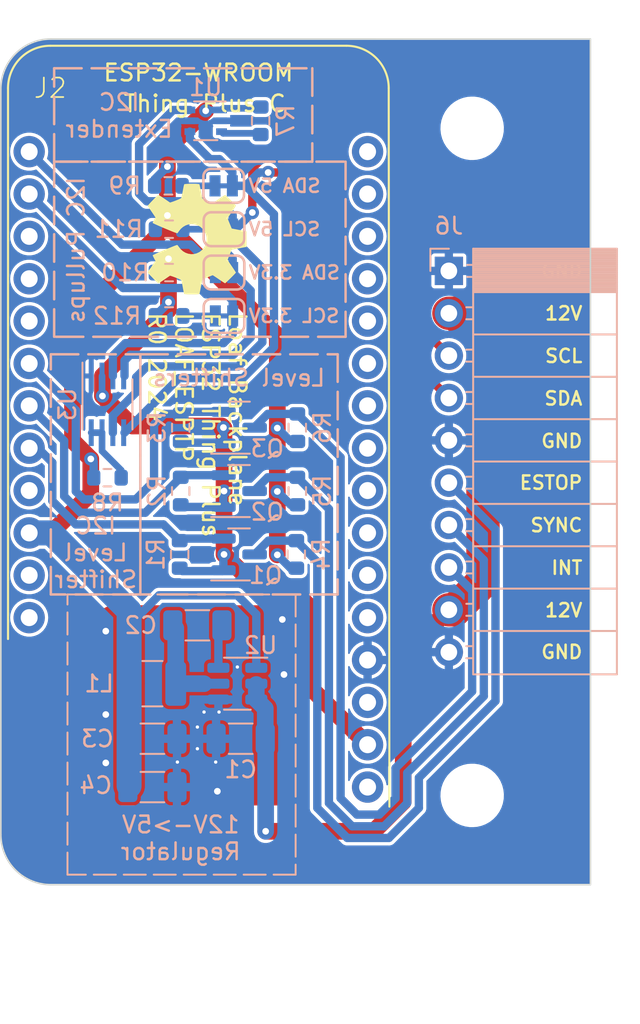
<source format=kicad_pcb>
(kicad_pcb (version 20240108) (generator "pcbnew") (generator_version "8.0")
  (layers (0 "F.Cu" signal) (31 "B.Cu" signal) (34 "B.Paste" user) (35 "F.Paste" user) (36 "B.SilkS" user "B.Silkscreen") (37 "F.SilkS" user "F.Silkscreen") (38 "B.Mask" user) (39 "F.Mask" user) (44 "Edge.Cuts" user))
  (net 0 "")
  (net 1 "GND")
  (net 2 "+12V")
  (net 3 "Net-(U2-SW)")
  (net 4 "Net-(U2-BST)")
  (net 5 "+5V")
  (net 6 "/SCL_5V")
  (net 7 "/SDA_5V")
  (net 8 "/E_STOP_5V")
  (net 9 "/INT_5V")
  (net 10 "/SYNC_5V")
  (net 11 "/SDA_3.3V")
  (net 12 "/SCL_3.3V")
  (net 13 "/04_3.3V")
  (net 14 "/06_3.3V")
  (net 15 "/08_3.3V")
  (net 16 "/SYNC_3.3V")
  (net 17 "/INT_3.3V")
  (net 18 "/E_STOP_3.3V")
  (net 19 "/LED_3.3V")
  (net 20 "/TX_3.3V")
  (net 21 "/RX_3.3V")
  (net 22 "/POCI_3.3V")
  (net 23 "/PICO_3.3V")
  (net 24 "/SCK_3.3V")
  (net 25 "/A5_3.3V")
  (net 26 "/A4_3.3V")
  (net 27 "/A3_3.3V")
  (net 28 "/A2_3.3V")
  (net 29 "/A1_3.3V")
  (net 30 "/A0_3.3V")
  (net 31 "+3.3V")
  (net 32 "Net-(JP1-A)")
  (net 33 "Net-(JP2-A)")
  (net 34 "Net-(JP3-A)")
  (net 35 "Net-(JP4-A)")
  (net 36 "Net-(U3-EN)")
  (net 37 "Net-(U1-ENABLE)")
  (footprint "Symbol:OSHW-Symbol_6.7x6mm_SilkScreen" (layer "F.Cu") (at 64.772845 84.984525 -90)
    (property "Reference" "Logo1" (hide yes))
    (property "Value" "Logo_Open_Hardware_Small" (hide yes))
  )
  (footprint "SparkFun-RF:ESP_THING_PLUS" (layer "F.Cu") (at 53.43 131.82)
    (property "Reference" "J2" (at 2.54 -55.88 0) (layer "F.SilkS") (effects (font (size 1.1684 1.1684) (thickness 0.1016))))
    (property "Value" "THING_PLUS_LOGICAL")
    (fp_text user "ESP32-WROOM" (at 11.43 -56.8 0) (layer "F.SilkS"))
    (fp_text user " Thing Plus C" (at 11.43 -54.95 0) (layer "F.SilkS"))
    (pad "1" thru_hole circle (at 1.27 -52.07) (size 1.8796 1.8796) (drill 1.016) (layers "*.Cu" "*.Mask") (net 11 "/SDA_3.3V"))
    (pad "2" thru_hole circle (at 1.27 -49.53) (size 1.8796 1.8796) (drill 1.016) (layers "*.Cu" "*.Mask") (net 12 "/SCL_3.3V"))
    (pad "3" thru_hole circle (at 1.27 -46.99) (size 1.8796 1.8796) (drill 1.016) (layers "*.Cu" "*.Mask") (net 13 "/04_3.3V"))
    (pad "4" thru_hole circle (at 1.27 -44.45) (size 1.8796 1.8796) (drill 1.016) (layers "*.Cu" "*.Mask") (net 14 "/06_3.3V"))
    (pad "5" thru_hole circle (at 1.27 -41.91) (size 1.8796 1.8796) (drill 1.016) (layers "*.Cu" "*.Mask") (net 15 "/08_3.3V"))
    (pad "6" thru_hole circle (at 1.27 -39.37) (size 1.8796 1.8796) (drill 1.016) (layers "*.Cu" "*.Mask") (net 16 "/SYNC_3.3V"))
    (pad "7" thru_hole circle (at 1.27 -36.83) (size 1.8796 1.8796) (drill 1.016) (layers "*.Cu" "*.Mask") (net 17 "/INT_3.3V"))
    (pad "8" thru_hole circle (at 1.27 -34.29) (size 1.8796 1.8796) (drill 1.016) (layers "*.Cu" "*.Mask") (net 18 "/E_STOP_3.3V"))
    (pad "9" thru_hole circle (at 1.27 -31.75) (size 1.8796 1.8796) (drill 1.016) (layers "*.Cu" "*.Mask") (net 19 "/LED_3.3V"))
    (pad "10" thru_hole circle (at 1.27 -29.21) (size 1.8796 1.8796) (drill 1.016) (layers "*.Cu" "*.Mask") (net 5 "+5V"))
    (pad "11" thru_hole circle (at 1.27 -26.67) (size 1.8796 1.8796) (drill 1.016) (layers "*.Cu" "*.Mask"))
    (pad "12" thru_hole circle (at 1.27 -24.13) (size 1.8796 1.8796) (drill 1.016) (layers "*.Cu" "*.Mask"))
    (pad "13" thru_hole circle (at 21.59 -52.07) (size 1.8796 1.8796) (drill 1.016) (layers "*.Cu" "*.Mask"))
    (pad "14" thru_hole circle (at 21.59 -49.53) (size 1.8796 1.8796) (drill 1.016) (layers "*.Cu" "*.Mask") (net 20 "/TX_3.3V"))
    (pad "15" thru_hole circle (at 21.59 -46.99) (size 1.8796 1.8796) (drill 1.016) (layers "*.Cu" "*.Mask") (net 21 "/RX_3.3V"))
    (pad "16" thru_hole circle (at 21.59 -44.45) (size 1.8796 1.8796) (drill 1.016) (layers "*.Cu" "*.Mask") (net 22 "/POCI_3.3V"))
    (pad "17" thru_hole circle (at 21.59 -41.91) (size 1.8796 1.8796) (drill 1.016) (layers "*.Cu" "*.Mask") (net 23 "/PICO_3.3V"))
    (pad "18" thru_hole circle (at 21.59 -39.37) (size 1.8796 1.8796) (drill 1.016) (layers "*.Cu" "*.Mask") (net 24 "/SCK_3.3V"))
    (pad "19" thru_hole circle (at 21.59 -36.83) (size 1.8796 1.8796) (drill 1.016) (layers "*.Cu" "*.Mask") (net 25 "/A5_3.3V"))
    (pad "20" thru_hole circle (at 21.59 -34.29) (size 1.8796 1.8796) (drill 1.016) (layers "*.Cu" "*.Mask") (net 26 "/A4_3.3V"))
    (pad "21" thru_hole circle (at 21.59 -31.75) (size 1.8796 1.8796) (drill 1.016) (layers "*.Cu" "*.Mask") (net 27 "/A3_3.3V"))
    (pad "22" thru_hole circle (at 21.59 -29.21) (size 1.8796 1.8796) (drill 1.016) (layers "*.Cu" "*.Mask") (net 28 "/A2_3.3V"))
    (pad "23" thru_hole circle (at 21.59 -26.67) (size 1.8796 1.8796) (drill 1.016) (layers "*.Cu" "*.Mask") (net 29 "/A1_3.3V"))
    (pad "24" thru_hole circle (at 21.59 -24.13) (size 1.8796 1.8796) (drill 1.016) (layers "*.Cu" "*.Mask") (net 30 "/A0_3.3V"))
    (pad "25" thru_hole circle (at 21.59 -21.59) (size 1.8796 1.8796) (drill 1.016) (layers "*.Cu" "*.Mask") (net 1 "GND"))
    (pad "26" thru_hole circle (at 21.59 -19.05) (size 1.8796 1.8796) (drill 1.016) (layers "*.Cu" "*.Mask"))
    (pad "27" thru_hole circle (at 21.59 -16.51) (size 1.8796 1.8796) (drill 1.016) (layers "*.Cu" "*.Mask") (net 31 "+3.3V"))
    (pad "28" thru_hole circle (at 21.59 -13.97) (size 1.8796 1.8796) (drill 1.016) (layers "*.Cu" "*.Mask"))
  )
  (footprint "SparkFun-Hardware:STAND-OFF" (layer "F.Cu") (at 81.3 78.35)
    (property "Reference" "ST1")
    (property "Value" "Stand_off")
    (pad "" np_thru_hole circle (at 0 0) (size 3.302 3.302) (drill 3.302) (layers "F&B.Cu" "*.Mask"))
  )
  (footprint "SparkFun-Fuse:Thermal Pad" (layer "F.Cu") (at 64.76675 112.95)
    (property "Reference" "HS1" (hide yes))
    (property "Value" "Heatsink_Pad")
    (pad "1" smd roundrect (at 0 0) (size 12 12) (layers "F.Cu" "F.Paste" "F.Mask") (roundrect_rratio 0.08333333333) (net 1 "GND"))
  )
  (footprint "SparkFun-Hardware:STAND-OFF" (layer "F.Cu") (at 81.3 118.35)
    (property "Reference" "ST2")
    (property "Value" "Stand_off")
    (pad "" np_thru_hole circle (at 0 0) (size 3.302 3.302) (drill 3.302) (layers "F&B.Cu" "*.Mask"))
  )
  (footprint "Connector_PinSocket_2.54mm:PinSocket_1x10_P2.54mm_Horizontal" (layer "B.Cu") (at 79.9 86.9 180)
    (property "Reference" "J6" (at 0 2.7 0) (layer "B.SilkS") (effects (justify mirror)))
    (property "Value" "PPPC101LGBN-RC")
    (pad "1" thru_hole rect (at 0 0 180) (size 1.7 1.7) (drill 1) (layers "*.Cu" "*.Mask") (net 1 "GND"))
    (pad "2" thru_hole oval (at 0 -2.54 180) (size 1.7 1.7) (drill 1) (layers "*.Cu" "*.Mask") (net 2 "+12V"))
    (pad "3" thru_hole oval (at 0 -5.08 180) (size 1.7 1.7) (drill 1) (layers "*.Cu" "*.Mask") (net 6 "/SCL_5V"))
    (pad "4" thru_hole oval (at 0 -7.62 180) (size 1.7 1.7) (drill 1) (layers "*.Cu" "*.Mask") (net 7 "/SDA_5V"))
    (pad "5" thru_hole oval (at 0 -10.16 180) (size 1.7 1.7) (drill 1) (layers "*.Cu" "*.Mask") (net 1 "GND"))
    (pad "6" thru_hole oval (at 0 -12.7 180) (size 1.7 1.7) (drill 1) (layers "*.Cu" "*.Mask") (net 8 "/E_STOP_5V"))
    (pad "7" thru_hole oval (at 0 -15.24 180) (size 1.7 1.7) (drill 1) (layers "*.Cu" "*.Mask") (net 9 "/INT_5V"))
    (pad "8" thru_hole oval (at 0 -17.78 180) (size 1.7 1.7) (drill 1) (layers "*.Cu" "*.Mask") (net 10 "/SYNC_5V"))
    (pad "9" thru_hole oval (at 0 -20.32 180) (size 1.7 1.7) (drill 1) (layers "*.Cu" "*.Mask") (net 2 "+12V"))
    (pad "10" thru_hole oval (at 0 -22.86 180) (size 1.7 1.7) (drill 1) (layers "*.Cu" "*.Mask") (net 1 "GND"))
  )
  (footprint "SparkFun-Jumper:SMT-JUMPER_2_NC_TRACE_SILK" (layer "B.Cu") (at 66.4 87)
    (property "Reference" "JP3")
    (property "Value" "~")
    (fp_poly (pts (xy -0.25 0.15) (xy 0.25 0.15) (xy 0.25 -0.15) (xy -0.25 -0.15)) (fill solid) (layer "B.Cu"))
    (pad "1" smd rect (at -0.5207 0) (size 0.6604 1.27) (layers "B.Cu" "B.Mask") (net 34 "Net-(JP3-A)"))
    (pad "2" smd rect (at 0.5207 0) (size 0.6604 1.27) (layers "B.Cu" "B.Mask") (net 11 "/SDA_3.3V"))
  )
  (footprint "Resistor_SMD:R_0603_1608Metric" (layer "B.Cu") (at 70.8 100.1 -90)
    (property "Reference" "R5" (at 0 -1.5 90) (layer "B.SilkS") (effects (justify mirror)))
    (property "Value" "10k")
    (pad "1" smd roundrect (at -0.825 0 270) (size 0.8 0.95) (layers "B.Cu" "B.Paste" "B.Mask") (net 9 "/INT_5V"))
    (pad "2" smd roundrect (at 0.825 0 270) (size 0.8 0.95) (layers "B.Cu" "B.Paste" "B.Mask") (net 5 "+5V"))
  )
  (footprint "SparkFun-Jumper:SMT-JUMPER_2_NC_TRACE_SILK" (layer "B.Cu") (at 66.4 84.4)
    (property "Reference" "JP2")
    (property "Value" "~")
    (fp_poly (pts (xy -0.25 0.15) (xy 0.25 0.15) (xy 0.25 -0.15) (xy -0.25 -0.15)) (fill solid) (layer "B.Cu"))
    (pad "1" smd rect (at -0.5207 0) (size 0.6604 1.27) (layers "B.Cu" "B.Mask") (net 33 "Net-(JP2-A)"))
    (pad "2" smd rect (at 0.5207 0) (size 0.6604 1.27) (layers "B.Cu" "B.Mask") (net 6 "/SCL_5V"))
  )
  (footprint "SparkFun-Jumper:SMT-JUMPER_2_NC_TRACE_SILK" (layer "B.Cu") (at 66.3793 81.8)
    (property "Reference" "JP1")
    (property "Value" "~")
    (fp_poly (pts (xy -0.25 0.15) (xy 0.25 0.15) (xy 0.25 -0.15) (xy -0.25 -0.15)) (fill solid) (layer "B.Cu"))
    (pad "1" smd rect (at -0.5207 0) (size 0.6604 1.27) (layers "B.Cu" "B.Mask") (net 32 "Net-(JP1-A)"))
    (pad "2" smd rect (at 0.5207 0) (size 0.6604 1.27) (layers "B.Cu" "B.Mask") (net 7 "/SDA_5V"))
  )
  (footprint "Resistor_SMD:R_0603_1608Metric" (layer "B.Cu") (at 70.8 96.3 -90)
    (property "Reference" "R6" (at 0 -1.5 90) (layer "B.SilkS") (effects (justify mirror)))
    (property "Value" "10k")
    (pad "1" smd roundrect (at -0.825 0 270) (size 0.8 0.95) (layers "B.Cu" "B.Paste" "B.Mask") (net 10 "/SYNC_5V"))
    (pad "2" smd roundrect (at 0.825 0 270) (size 0.8 0.95) (layers "B.Cu" "B.Paste" "B.Mask") (net 5 "+5V"))
  )
  (footprint "Package_TO_SOT_SMD:SOT-23" (layer "B.Cu") (at 67.3 100.1)
    (property "Reference" "Q2" (at 1.7 1.25 0) (layer "B.SilkS") (effects (justify mirror)))
    (property "Value" "BSS138")
    (pad "1" smd roundrect (at -0.9375 0.95) (size 1.475 0.6) (layers "B.Cu" "B.Paste" "B.Mask") (net 31 "+3.3V"))
    (pad "2" smd roundrect (at -0.9375 -0.95) (size 1.475 0.6) (layers "B.Cu" "B.Paste" "B.Mask") (net 17 "/INT_3.3V"))
    (pad "3" smd roundrect (at 0.9375 0) (size 1.475 0.6) (layers "B.Cu" "B.Paste" "B.Mask") (net 9 "/INT_5V"))
  )
  (footprint "Resistor_SMD:R_0603_1608Metric" (layer "B.Cu") (at 63.1 89.6)
    (property "Reference" "R12" (at -3.125 0 0) (layer "B.SilkS") (effects (justify mirror)))
    (property "Value" "2.2k")
    (pad "1" smd roundrect (at -0.825 0) (size 0.8 0.95) (layers "B.Cu" "B.Paste" "B.Mask") (net 31 "+3.3V"))
    (pad "2" smd roundrect (at 0.825 0) (size 0.8 0.95) (layers "B.Cu" "B.Paste" "B.Mask") (net 35 "Net-(JP4-A)"))
  )
  (footprint "Package_TO_SOT_SMD:SOT-23" (layer "B.Cu") (at 67.3 96.3)
    (property "Reference" "Q3" (at 1.7 1.25 0) (layer "B.SilkS") (effects (justify mirror)))
    (property "Value" "BSS138")
    (pad "1" smd roundrect (at -0.9375 0.95) (size 1.475 0.6) (layers "B.Cu" "B.Paste" "B.Mask") (net 31 "+3.3V"))
    (pad "2" smd roundrect (at -0.9375 -0.95) (size 1.475 0.6) (layers "B.Cu" "B.Paste" "B.Mask") (net 16 "/SYNC_3.3V"))
    (pad "3" smd roundrect (at 0.9375 0) (size 1.475 0.6) (layers "B.Cu" "B.Paste" "B.Mask") (net 10 "/SYNC_5V"))
  )
  (footprint "Resistor_SMD:R_0603_1608Metric" (layer "B.Cu") (at 63.8 100.1 -90)
    (property "Reference" "R2" (at 0 1.43 90) (layer "B.SilkS") (effects (justify mirror)))
    (property "Value" "10k")
    (pad "1" smd roundrect (at -0.825 0 270) (size 0.8 0.95) (layers "B.Cu" "B.Paste" "B.Mask") (net 17 "/INT_3.3V"))
    (pad "2" smd roundrect (at 0.825 0 270) (size 0.8 0.95) (layers "B.Cu" "B.Paste" "B.Mask") (net 31 "+3.3V"))
  )
  (footprint "Resistor_SMD:R_0603_1608Metric" (layer "B.Cu") (at 63.1 84.4)
    (property "Reference" "R11" (at -3.0207 0 0) (layer "B.SilkS") (effects (justify mirror)))
    (property "Value" "4.7k")
    (pad "1" smd roundrect (at -0.825 0) (size 0.8 0.95) (layers "B.Cu" "B.Paste" "B.Mask") (net 5 "+5V"))
    (pad "2" smd roundrect (at 0.825 0) (size 0.8 0.95) (layers "B.Cu" "B.Paste" "B.Mask") (net 33 "Net-(JP2-A)"))
  )
  (footprint "Resistor_SMD:R_0603_1608Metric" (layer "B.Cu") (at 70.7375 103.9 -90)
    (property "Reference" "R4" (at 0 -1.5 90) (layer "B.SilkS") (effects (justify mirror)))
    (property "Value" "10k")
    (pad "1" smd roundrect (at -0.825 0 270) (size 0.8 0.95) (layers "B.Cu" "B.Paste" "B.Mask") (net 8 "/E_STOP_5V"))
    (pad "2" smd roundrect (at 0.825 0 270) (size 0.8 0.95) (layers "B.Cu" "B.Paste" "B.Mask") (net 5 "+5V"))
  )
  (footprint "Resistor_SMD:R_0603_1608Metric" (layer "B.Cu") (at 63.0586 81.8)
    (property "Reference" "R9" (at -2.6207 0 0) (layer "B.SilkS") (effects (justify mirror)))
    (property "Value" "4.7k")
    (pad "1" smd roundrect (at -0.825 0) (size 0.8 0.95) (layers "B.Cu" "B.Paste" "B.Mask") (net 5 "+5V"))
    (pad "2" smd roundrect (at 0.825 0) (size 0.8 0.95) (layers "B.Cu" "B.Paste" "B.Mask") (net 32 "Net-(JP1-A)"))
  )
  (footprint "Capacitor_SMD:C_1206_3216Metric" (layer "B.Cu") (at 64.8 108.15)
    (property "Reference" "C2" (at -3.4 0 0) (layer "B.SilkS") (effects (justify mirror)))
    (property "Value" "100nF")
    (pad "1" smd roundrect (at -1.475 0) (size 1.15 1.8) (layers "B.Cu" "B.Paste" "B.Mask") (roundrect_rratio 0.217391) (net 3 "Net-(U2-SW)"))
    (pad "2" smd roundrect (at 1.475 0) (size 1.15 1.8) (layers "B.Cu" "B.Paste" "B.Mask") (roundrect_rratio 0.217391) (net 4 "Net-(U2-BST)"))
  )
  (footprint "Resistor_SMD:R_0603_1608Metric" (layer "B.Cu") (at 63.8 96.3 -90)
    (property "Reference" "R3" (at 0 1.43 90) (layer "B.SilkS") (effects (justify mirror)))
    (property "Value" "10k")
    (pad "1" smd roundrect (at -0.825 0 270) (size 0.8 0.95) (layers "B.Cu" "B.Paste" "B.Mask") (net 16 "/SYNC_3.3V"))
    (pad "2" smd roundrect (at 0.825 0 270) (size 0.8 0.95) (layers "B.Cu" "B.Paste" "B.Mask") (net 31 "+3.3V"))
  )
  (footprint "Capacitor_SMD:C_1206_3216Metric" (layer "B.Cu") (at 62.1 114.95 180)
    (property "Reference" "C3" (at 3.3 0 0) (layer "B.SilkS") (effects (justify mirror)))
    (property "Value" "22uF")
    (pad "1" smd roundrect (at -1.475 0 180) (size 1.15 1.8) (layers "B.Cu" "B.Paste" "B.Mask") (roundrect_rratio 0.217391) (net 1 "GND"))
    (pad "2" smd roundrect (at 1.475 0 180) (size 1.15 1.8) (layers "B.Cu" "B.Paste" "B.Mask") (roundrect_rratio 0.217391) (net 5 "+5V"))
  )
  (footprint "Capacitor_SMD:C_1206_3216Metric" (layer "B.Cu") (at 67.4 114.95)
    (property "Reference" "C1" (at 0 1.85 0) (layer "B.SilkS") (effects (justify mirror)))
    (property "Value" "22uF")
    (pad "1" smd roundrect (at -1.475 0) (size 1.15 1.8) (layers "B.Cu" "B.Paste" "B.Mask") (roundrect_rratio 0.217391) (net 1 "GND"))
    (pad "2" smd roundrect (at 1.475 0) (size 1.15 1.8) (layers "B.Cu" "B.Paste" "B.Mask") (roundrect_rratio 0.217391) (net 2 "+12V"))
  )
  (footprint "Resistor_SMD:R_0603_1608Metric" (layer "B.Cu") (at 63.7375 103.9 -90)
    (property "Reference" "R1" (at 0 1.43 90) (layer "B.SilkS") (effects (justify mirror)))
    (property "Value" "10k")
    (pad "1" smd roundrect (at -0.825 0 270) (size 0.8 0.95) (layers "B.Cu" "B.Paste" "B.Mask") (net 18 "/E_STOP_3.3V"))
    (pad "2" smd roundrect (at 0.825 0 270) (size 0.8 0.95) (layers "B.Cu" "B.Paste" "B.Mask") (net 31 "+3.3V"))
  )
  (footprint "Capacitor_SMD:C_1206_3216Metric" (layer "B.Cu") (at 62.1 117.85 180)
    (property "Reference" "C4" (at 3.4 0.1 0) (layer "B.SilkS") (effects (justify mirror)))
    (property "Value" "22uF")
    (pad "1" smd roundrect (at -1.475 0 180) (size 1.15 1.8) (layers "B.Cu" "B.Paste" "B.Mask") (roundrect_rratio 0.217391) (net 1 "GND"))
    (pad "2" smd roundrect (at 1.475 0 180) (size 1.15 1.8) (layers "B.Cu" "B.Paste" "B.Mask") (roundrect_rratio 0.217391) (net 5 "+5V"))
  )
  (footprint "Package_TO_SOT_SMD:TSOT-23-6" (layer "B.Cu") (at 67.2 111.65 180)
    (property "Reference" "U2" (at -1.4 2.3 0) (layer "B.SilkS") (effects (justify mirror)))
    (property "Value" "AP63205WU-7")
    (pad "1" smd roundrect (at -1.1375 0.95 180) (size 1.325 0.6) (layers "B.Cu" "B.Paste" "B.Mask") (net 5 "+5V"))
    (pad "2" smd roundrect (at -1.1375 0 180) (size 1.325 0.6) (layers "B.Cu" "B.Paste" "B.Mask") (net 2 "+12V"))
    (pad "3" smd roundrect (at -1.1375 -0.95 180) (size 1.325 0.6) (layers "B.Cu" "B.Paste" "B.Mask") (net 2 "+12V"))
    (pad "4" smd roundrect (at 1.1375 -0.95 180) (size 1.325 0.6) (layers "B.Cu" "B.Paste" "B.Mask") (net 1 "GND"))
    (pad "5" smd roundrect (at 1.1375 0 180) (size 1.325 0.6) (layers "B.Cu" "B.Paste" "B.Mask") (net 3 "Net-(U2-SW)"))
    (pad "6" smd roundrect (at 1.1375 0.95 180) (size 1.325 0.6) (layers "B.Cu" "B.Paste" "B.Mask") (net 4 "Net-(U2-BST)"))
  )
  (footprint "Package_TO_SOT_SMD:SOT-363_SC-70-6" (layer "B.Cu") (at 65.3 77.9 180)
    (property "Reference" "U1" (at 0 2 0) (layer "B.SilkS") (effects (justify mirror)))
    (property "Value" "LTC4311ISC6-TRMPBF")
    (pad "1" smd rect (at -0.95 0.65 180) (size 0.65 0.4) (layers "B.Cu" "B.Paste" "B.Mask") (net 5 "+5V"))
    (pad "2" smd rect (at -0.95 0 180) (size 0.65 0.4) (layers "B.Cu" "B.Paste" "B.Mask") (net 1 "GND"))
    (pad "3" smd rect (at -0.95 -0.65 180) (size 0.65 0.4) (layers "B.Cu" "B.Paste" "B.Mask") (net 37 "Net-(U1-ENABLE)"))
    (pad "4" smd rect (at 0.95 -0.65 180) (size 0.65 0.4) (layers "B.Cu" "B.Paste" "B.Mask") (net 7 "/SDA_5V"))
    (pad "5" smd rect (at 0.95 0 180) (size 0.65 0.4) (layers "B.Cu" "B.Paste" "B.Mask") (net 1 "GND"))
    (pad "6" smd rect (at 0.95 0.65 180) (size 0.65 0.4) (layers "B.Cu" "B.Paste" "B.Mask") (net 6 "/SCL_5V"))
  )
  (footprint "Package_SO:SSOP-8_2.95x2.8mm_P0.65mm" (layer "B.Cu") (at 59.4 94.9 -90)
    (property "Reference" "U3" (at 0 2.4 90) (layer "B.SilkS") (effects (justify mirror)))
    (property "Value" "PCA9306")
    (pad "1" smd rect (at -1.7 0.975) (size 0.3 1.6) (layers "B.Cu" "B.Paste" "B.Mask") (net 1 "GND"))
    (pad "2" smd rect (at -1.7 0.325) (size 0.3 1.6) (layers "B.Cu" "B.Paste" "B.Mask") (net 31 "+3.3V"))
    (pad "3" smd rect (at -1.7 -0.325) (size 0.3 1.6) (layers "B.Cu" "B.Paste" "B.Mask") (net 12 "/SCL_3.3V"))
    (pad "4" smd rect (at -1.7 -0.975) (size 0.3 1.6) (layers "B.Cu" "B.Paste" "B.Mask") (net 11 "/SDA_3.3V"))
    (pad "5" smd rect (at 1.7 -0.975) (size 0.3 1.6) (layers "B.Cu" "B.Paste" "B.Mask") (net 7 "/SDA_5V"))
    (pad "6" smd rect (at 1.7 -0.325) (size 0.3 1.6) (layers "B.Cu" "B.Paste" "B.Mask") (net 6 "/SCL_5V"))
    (pad "7" smd rect (at 1.7 0.325) (size 0.3 1.6) (layers "B.Cu" "B.Paste" "B.Mask") (net 36 "Net-(U3-EN)"))
    (pad "8" smd rect (at 1.7 0.975) (size 0.3 1.6) (layers "B.Cu" "B.Paste" "B.Mask") (net 36 "Net-(U3-EN)"))
  )
  (footprint "SparkFun-Jumper:SMT-JUMPER_2_NC_TRACE_SILK" (layer "B.Cu") (at 66.4 89.6)
    (property "Reference" "JP4")
    (property "Value" "~")
    (fp_poly (pts (xy -0.25 0.15) (xy 0.25 0.15) (xy 0.25 -0.15) (xy -0.25 -0.15)) (fill solid) (layer "B.Cu"))
    (pad "1" smd rect (at -0.5207 0) (size 0.6604 1.27) (layers "B.Cu" "B.Mask") (net 35 "Net-(JP4-A)"))
    (pad "2" smd rect (at 0.5207 0) (size 0.6604 1.27) (layers "B.Cu" "B.Mask") (net 12 "/SCL_3.3V"))
  )
  (footprint "Resistor_SMD:R_0603_1608Metric" (layer "B.Cu") (at 68.6 77.9 -90)
    (property "Reference" "R7" (at 0 -1.5 90) (layer "B.SilkS") (effects (justify mirror)))
    (property "Value" "10k")
    (pad "1" smd roundrect (at -0.825 0 270) (size 0.8 0.95) (layers "B.Cu" "B.Paste" "B.Mask") (net 5 "+5V"))
    (pad "2" smd roundrect (at 0.825 0 270) (size 0.8 0.95) (layers "B.Cu" "B.Paste" "B.Mask") (net 37 "Net-(U1-ENABLE)"))
  )
  (footprint "Resistor_SMD:R_0603_1608Metric" (layer "B.Cu") (at 63.1 87)
    (property "Reference" "R10" (at -2.625 0 0) (layer "B.SilkS") (effects (justify mirror)))
    (property "Value" "2.2k")
    (pad "1" smd roundrect (at -0.825 0) (size 0.8 0.95) (layers "B.Cu" "B.Paste" "B.Mask") (net 31 "+3.3V"))
    (pad "2" smd roundrect (at 0.825 0) (size 0.8 0.95) (layers "B.Cu" "B.Paste" "B.Mask") (net 34 "Net-(JP3-A)"))
  )
  (footprint "Resistor_SMD:R_0603_1608Metric" (layer "B.Cu") (at 59.4 99.3 180)
    (property "Reference" "R8" (at 0 -1.5 0) (layer "B.SilkS") (effects (justify mirror)))
    (property "Value" "200k")
    (pad "1" smd roundrect (at -0.825 0 180) (size 0.8 0.95) (layers "B.Cu" "B.Paste" "B.Mask") (net 36 "Net-(U3-EN)"))
    (pad "2" smd roundrect (at 0.825 0 180) (size 0.8 0.95) (layers "B.Cu" "B.Paste" "B.Mask") (net 5 "+5V"))
  )
  (footprint "Inductor_SMD:L_1210_3225Metric" (layer "B.Cu") (at 62.1 111.65 180)
    (property "Reference" "L1" (at 3.2 0 0) (layer "B.SilkS") (effects (justify mirror)))
    (property "Value" "4.7uH")
    (pad "1" smd roundrect (at -1.4 0 180) (size 1.25 2.65) (layers "B.Cu" "B.Paste" "B.Mask") (roundrect_rratio 0.2) (net 3 "Net-(U2-SW)"))
    (pad "2" smd roundrect (at 1.4 0 180) (size 1.25 2.65) (layers "B.Cu" "B.Paste" "B.Mask") (roundrect_rratio 0.2) (net 5 "+5V"))
  )
  (footprint "Package_TO_SOT_SMD:SOT-23" (layer "B.Cu") (at 67.3 103.9)
    (property "Reference" "Q1" (at 1.6 1.25 0) (layer "B.SilkS") (effects (justify mirror)))
    (property "Value" "BSS138")
    (pad "1" smd roundrect (at -0.9375 0.95) (size 1.475 0.6) (layers "B.Cu" "B.Paste" "B.Mask") (net 31 "+3.3V"))
    (pad "2" smd roundrect (at -0.9375 -0.95) (size 1.475 0.6) (layers "B.Cu" "B.Paste" "B.Mask") (net 18 "/E_STOP_3.3V"))
    (pad "3" smd roundrect (at 0.9375 0) (size 1.475 0.6) (layers "B.Cu" "B.Paste" "B.Mask") (net 8 "/E_STOP_5V"))
  )
  (gr_rect (start 56.2 80.35) (end 73.7 90.85) (stroke (width 0.15) (type dash)) (fill none) (layer "B.SilkS"))
  (gr_rect (start 61.375 91.9) (end 73.225 106.3) (stroke (width 0.15) (type dash)) (fill none) (layer "B.SilkS"))
  (gr_rect (start 56 91.9) (end 61.375 106.3) (stroke (width 0.15) (type dash)) (fill none) (layer "B.SilkS"))
  (gr_rect (start 56.2 74.75) (end 71.7 80.35) (stroke (width 0.15) (type dash)) (fill none) (layer "B.SilkS"))
  (gr_rect (start 57 106.3) (end 70.7 123.1) (stroke (width 0.12) (type dash)) (fill none) (layer "B.SilkS"))
  (gr_line (start 56 123.7) (end 88.40187 123.7) (stroke (width 0.1)) (layer "Edge.Cuts"))
  (gr_line (start 88.4 73) (end 88.40187 123.7) (stroke (width 0.1)) (layer "Edge.Cuts"))
  (gr_line (start 52.99813 76) (end 53 120.7) (stroke (width 0.1)) (layer "Edge.Cuts"))
  (gr_arc (start 52.99813 76) (mid 53.876598 73.878117) (end 55.997852 72.998131) (stroke (width 0.1)) (layer "Edge.Cuts"))
  (gr_line (start 88.4 73) (end 55.997852 72.998131) (stroke (width 0.1)) (layer "Edge.Cuts"))
  (gr_arc (start 56 123.7) (mid 53.87868 122.82132) (end 53 120.7) (stroke (width 0.1)) (layer "Edge.Cuts"))
  (gr_text "SDA 5V" (at 67.7793 81.8 0) (layer "B.SilkS") (effects (font (size 0.8 0.8) (thickness 0.15) (bold yes)) (justify right mirror)))
  (gr_text "I2C\nLevel\nShifter" (at 58.7 101.6 0) (layer "B.SilkS") (effects (font (size 1 1)) (justify top mirror)))
  (gr_text "12V->5V\nRegulator" (at 63.8 122.3 0) (layer "B.SilkS") (effects (font (size 1 1)) (justify bottom mirror)))
  (gr_text "SDA 3.3V" (at 67.8 87 0) (layer "B.SilkS") (effects (font (size 0.8 0.8) (thickness 0.15) (bold yes)) (justify right mirror)))
  (gr_text "SCL 3.3V" (at 67.8 89.6 0) (layer "B.SilkS") (effects (font (size 0.8 0.8) (thickness 0.15) (bold yes)) (justify right mirror)))
  (gr_text "I2C Pullups" (at 58.1 85.65 90) (layer "B.SilkS") (effects (font (size 1 1)) (justify bottom mirror)))
  (gr_text "I2C\nExtender" (at 60.1 76.2 0) (layer "B.SilkS") (effects (font (size 1 1)) (justify top mirror)))
  (gr_text "Level Shifters" (at 67.3 93.9 0) (layer "B.SilkS") (effects (font (size 1 1)) (justify bottom mirror)))
  (gr_text "SCL 5V" (at 67.8 84.4 0) (layer "B.SilkS") (effects (font (size 0.8 0.8) (thickness 0.15) (bold yes)) (justify right mirror)))
  (gr_text "ESTOP" (at 88 99.6 0) (layer "F.SilkS") (effects (font (size 0.8 0.8)) (justify right)))
  (gr_text "12V" (at 88 107.25 0) (layer "F.SilkS") (effects (font (size 0.8 0.8)) (justify right)))
  (gr_text "12V" (at 88 89.45 0) (layer "F.SilkS") (effects (font (size 0.8 0.8)) (justify right)))
  (gr_text "SYNC" (at 88 102.15 0) (layer "F.SilkS") (effects (font (size 0.8 0.8)) (justify right)))
  (gr_text "GND" (at 88 109.75 0) (layer "F.SilkS") (effects (font (size 0.8 0.8)) (justify right)))
  (gr_text "Loaf Backplane\nESP32 Thing Plus\nLOAF_ESPTP\nR0 2024" (at 64.78675 89.3 -90) (layer "F.SilkS") (effects (font (size 1 1)) (justify left)))
  (gr_text "GND" (at 88 97.1 0) (layer "F.SilkS") (effects (font (size 0.8 0.8)) (justify right)))
  (gr_text "SDA" (at 88 94.55 0) (layer "F.SilkS") (effects (font (size 0.8 0.8)) (justify right)))
  (gr_text "SCL" (at 88 92 0) (layer "F.SilkS") (effects (font (size 0.8 0.8)) (justify right)))
  (gr_text "GND" (at 88 86.9 0) (layer "F.SilkS") (effects (font (size 0.8 0.8)) (justify right)))
  (gr_text "INT" (at 88 104.7 0) (layer "F.SilkS") (effects (font (size 0.8 0.8)) (justify right)))
  (via (at 59.3 116.4) (size 0.8) (drill 0.4) (layers "F.Cu" "B.Cu") (net 1))
  (via (at 65.9 116.35) (size 0.5) (drill 0.2) (layers "F.Cu" "B.Cu") (net 1))
  (via (at 66.1 113.35) (size 0.5) (drill 0.2) (layers "F.Cu" "B.Cu") (net 1))
  (via (at 65.2 113.35) (size 0.5) (drill 0.2) (layers "F.Cu" "B.Cu") (net 1))
  (via (at 66 118.1) (size 0.8) (drill 0.4) (layers "F.Cu" "B.Cu") (net 1))
  (via (at 69.9 107.8) (size 0.8) (drill 0.4) (layers "F.Cu" "B.Cu") (net 1))
  (via (at 64.8 114.25) (size 0.5) (drill 0.2) (layers "F.Cu" "B.Cu") (net 1))
  (via (at 64.8 115.55) (size 0.5) (drill 0.2) (layers "F.Cu" "B.Cu") (net 1))
  (via (at 59.3 113.5) (size 0.8) (drill 0.4) (layers "F.Cu" "B.Cu") (net 1))
  (via (at 63.6 116.35) (size 0.5) (drill 0.2) (layers "F.Cu" "B.Cu") (net 1))
  (via (at 70 111.1) (size 0.8) (drill 0.4) (layers "F.Cu" "B.Cu") (net 1))
  (via (at 59.3 108.5) (size 0.8) (drill 0.4) (layers "F.Cu" "B.Cu") (net 1))
  (via (at 67.2 110.65) (size 0.5) (drill 0.2) (layers "F.Cu" "B.Cu") (net 1))
  (segment (start 79.9 107.22) (end 79.88 107.22) (width 1) (layer "F.Cu") (net 2))
  (segment (start 77.1598 109.9402) (end 77.1598 118.736335) (width 1) (layer "F.Cu") (net 2))
  (segment (start 77.1598 118.736335) (end 75.396135 120.5) (width 1) (layer "F.Cu") (net 2))
  (segment (start 80.259138 89.44) (end 81.95 91.130862) (width 2) (layer "F.Cu") (net 2))
  (segment (start 81.95 91.130862) (end 81.95 105.529138) (width 2) (layer "F.Cu") (net 2))
  (segment (start 79.88 107.22) (end 77.1598 109.9402) (width 1) (layer "F.Cu") (net 2))
  (segment (start 79.9 89.44) (end 80.259138 89.44) (width 2) (layer "F.Cu") (net 2))
  (segment (start 75.396135 120.5) (end 68.9 120.5) (width 1) (layer "F.Cu") (net 2))
  (segment (start 80.259138 107.22) (end 79.9 107.22) (width 2) (layer "F.Cu") (net 2))
  (segment (start 81.95 105.529138) (end 80.259138 107.22) (width 2) (layer "F.Cu") (net 2))
  (via (at 68.9 120.5) (size 0.8) (drill 0.4) (layers "F.Cu" "B.Cu") (net 2))
  (segment (start 68.875 114.95) (end 68.875 113.1375) (width 1) (layer "B.Cu") (net 2))
  (segment (start 68.9 114.975) (end 68.875 114.95) (width 1) (layer "B.Cu") (net 2))
  (segment (start 68.9 120.5) (end 68.9 114.975) (width 1) (layer "B.Cu") (net 2))
  (segment (start 68.875 113.1375) (end 68.3375 112.6) (width 1) (layer "B.Cu") (net 2))
  (segment (start 68.3375 112.6) (end 68.3375 111.7) (width 1) (layer "B.Cu") (net 2))
  (segment (start 63.5 108.325) (end 63.325 108.15) (width 1) (layer "B.Cu") (net 3))
  (segment (start 63.5 111.65) (end 65.2 111.65) (width 1) (layer "B.Cu") (net 3))
  (segment (start 63.5 111.65) (end 63.5 108.325) (width 1) (layer "B.Cu") (net 3))
  (segment (start 66.0625 108.3625) (end 66.275 108.15) (width 0.5) (layer "B.Cu") (net 4))
  (segment (start 66.0625 110.7) (end 66.0625 108.3625) (width 0.5) (layer "B.Cu") (net 4))
  (segment (start 63 84.2) (end 63 82.4) (width 1) (layer "F.Cu") (net 5))
  (segment (start 64.8 77.8) (end 65.3 77.3) (width 1) (layer "F.Cu") (net 5))
  (segment (start 57.3 97.075252) (end 57.3 89.9) (width 1) (layer "F.Cu") (net 5))
  (segment (start 63 79.6) (end 64.8 77.8) (width 1) (layer "F.Cu") (net 5))
  (segment (start 57.3 89.9) (end 63 84.2) (width 1) (layer "F.Cu") (net 5))
  (segment (start 69.6 100.1245) (end 69.6 103.9245) (width 1) (layer "F.Cu") (net 5))
  (segment (start 69.6 96.3245) (end 69.6 100.1245) (width 1) (layer "F.Cu") (net 5))
  (segment (start 58.4 100.239077) (end 56.029077 102.61) (width 1) (layer "F.Cu") (net 5))
  (segment (start 63 82.4) (end 63 79.6) (width 1) (layer "F.Cu") (net 5))
  (segment (start 69.6 90.7745) (end 63 84.1745) (width 1) (layer "F.Cu") (net 5))
  (segment (start 58.4 98.175252) (end 57.3 97.075252) (width 1) (layer "F.Cu") (net 5))
  (segment (start 58.4 98.175252) (end 58.4 100.239077) (width 1) (layer "F.Cu") (net 5))
  (segment (start 69.6 96.3245) (end 69.6 90.7745) (width 1) (layer "F.Cu") (net 5))
  (segment (start 56.029077 102.61) (end 54.7 102.61) (width 1) (layer "F.Cu") (net 5))
  (via (at 65.3 77.3) (size 0.8) (drill 0.4) (layers "F.Cu" "B.Cu") (net 5))
  (via (at 69.6 96.3245) (size 0.8) (drill 0.4) (layers "F.Cu" "B.Cu") (net 5))
  (via (at 63 83.5745) (size 0.8) (drill 0.4) (layers "F.Cu" "B.Cu") (net 5))
  (via (at 69.6 103.9245) (size 0.8) (drill 0.4) (layers "F.Cu" "B.Cu") (net 5))
  (via (at 62.999924 80.643585) (size 0.8) (drill 0.4) (layers "F.Cu" "B.Cu") (net 5))
  (via (at 69.6 100.1245) (size 0.8) (drill 0.4) (layers "F.Cu" "B.Cu") (net 5))
  (via (at 58.4 98.175252) (size 0.8) (drill 0.4) (layers "F.Cu" "B.Cu") (net 5))
  (segment (start 63 83.675) (end 62.275 84.4) (width 0.5) (layer "B.Cu") (net 5))
  (segment (start 67.19939 106.35) (end 62.5 106.35) (width 0.5) (layer "B.Cu") (net 5))
  (segment (start 54.7 102.61) (end 56.029077 102.61) (width 1.5) (layer "B.Cu") (net 5))
  (segment (start 68.3375 110.7) (end 68.3375 107.48811) (width 0.5) (layer "B.Cu") (net 5))
  (segment (start 62.2 84.325) (end 62.275 84.4) (width 0.5) (layer "B.Cu") (net 5))
  (segment (start 63 83.5745) (end 63 83.675) (width 0.5) (layer "B.Cu") (net 5))
  (segment (start 56.029077 102.61) (end 60.7 107.280923) (width 1.5) (layer "B.Cu") (net 5))
  (segment (start 60.7 111.65) (end 60.69939 111.65061) (width 1.5) (layer "B.Cu") (net 5))
  (segment (start 69.6 103.9245) (end 70.4005 104.725) (width 0.5) (layer "B.Cu") (net 5))
  (segment (start 66.25 77.25) (end 65.35 77.25) (width 0.4) (layer "B.Cu") (net 5))
  (segment (start 70.4005 97.125) (end 70.8 97.125) (width 0.5) (layer "B.Cu") (net 5))
  (segment (start 69.6 96.3245) (end 70.4005 97.125) (width 0.5) (layer "B.Cu") (net 5))
  (segment (start 70.4005 100.925) (end 70.8 100.925) (width 0.5) (layer "B.Cu") (net 5))
  (segment (start 66.35 77.15) (end 68.525 77.15) (width 0.4) (layer "B.Cu") (net 5))
  (segment (start 65.35 77.25) (end 65.3 77.3) (width 0.4) (layer "B.Cu") (net 5))
  (segment (start 70.4005 104.725) (end 70.7375 104.725) (width 0.5) (layer "B.Cu") (net 5))
  (segment (start 60.7 107.280923) (end 60.7 111.65) (width 1.5) (layer "B.Cu") (net 5))
  (segment (start 68.525 77.15) (end 68.6 77.075) (width 0.4) (layer "B.Cu") (net 5))
  (segment (start 58.4 98.175252) (end 58.575 98.350252) (width 0.5) (layer "B.Cu") (net 5))
  (segment (start 60.69939 111.65061) (end 60.69939 114.87561) (width 1.5) (layer "B.Cu") (net 5))
  (segment (start 62.5 106.35) (end 60.7 108.15) (width 0.5) (layer "B.Cu") (net 5))
  (segment (start 62.999924 80.643585) (end 62.2336 81.409909) (width 0.5) (layer "B.Cu") (net 5))
  (segment (start 60.7 108.15) (end 60.7 111.65) (width 0.5) (layer "B.Cu") (net 5))
  (segment (start 69.6 100.1245) (end 70.4005 100.925) (width 0.5) (layer "B.Cu") (net 5))
  (segment (start 68.3375 107.48811) (end 67.19939 106.35) (width 0.5) (layer "B.Cu") (net 5))
  (segment (start 60.69939 115.02439) (end 60.69939 117.77561) (width 1.5) (layer "B.Cu") (net 5))
  (segment (start 58.575 98.350252) (end 58.575 99.3) (width 0.5) (layer "B.Cu") (net 5))
  (segment (start 66.25 77.25) (end 66.35 77.15) (width 0.4) (layer "B.Cu") (net 5))
  (segment (start 62.2336 81.409909) (end 62.2336 81.8) (width 0.5) (layer "B.Cu") (net 5))
  (segment (start 72.110051 77.6) (end 76.2 77.6) (width 0.5) (layer "F.Cu") (net 6))
  (segment (start 76.2 77.6) (end 77.432262 78.832262) (width 0.5) (layer "F.Cu") (net 6))
  (segment (start 68.697418 80.15) (end 69.560051 80.15) (width 0.5) (layer "F.Cu") (net 6))
  (segment (start 69.560051 80.15) (end 72.110051 77.6) (width 0.5) (layer "F.Cu") (net 6))
  (segment (start 77.432262 78.832262) (end 77.432262 89.512262) (width 0.5) (layer "F.Cu") (net 6))
  (segment (start 77.432262 89.512262) (end 79.9 91.98) (width 0.5) (layer "F.Cu") (net 6))
  (segment (start 68.099312 83.400688) (end 68.099312 80.748106) (width 0.5) (layer "F.Cu") (net 6))
  (segment (start 68.099312 80.748106) (end 68.697418 80.15) (width 0.5) (layer "F.Cu") (net 6))
  (via (at 68.099312 83.400688) (size 0.8) (drill 0.4) (layers "F.Cu" "B.Cu") (net 6))
  (segment (start 66.9207 83.5762) (end 66.9207 84.4) (width 0.5) (layer "B.Cu") (net 6))
  (segment (start 61.125 94.175) (end 59.725 95.575) (width 0.5) (layer "B.Cu") (net 6))
  (segment (start 68.099312 83.400688) (end 67.1 84.4) (width 0.5) (layer "B.Cu") (net 6))
  (segment (start 59.725 95.575) (end 59.725 96.6) (width 0.5) (layer "B.Cu") (net 6))
  (segment (start 63.35 77.25) (end 61.3 79.3) (width 0.5) (layer "B.Cu") (net 6))
  (segment (start 65.5534 83.2) (end 66.5445 83.2) (width 0.5) (layer "B.Cu") (net 6))
  (segment (start 61.125 93.275) (end 61.125 94.175) (width 0.5) (layer "B.Cu") (net 6))
  (segment (start 61.75882 82.725) (end 65.0784 82.725) (width 0.5) (layer "B.Cu") (net 6))
  (segment (start 61.3 79.3) (end 61.3 82.26618) (width 0.5) (layer "B.Cu") (net 6))
  (segment (start 66.8793 84.9) (end 68.7 86.7207) (width 0.5) (layer "B.Cu") (net 6))
  (segment (start 68.7 91.1799) (end 67.249749 92.63015) (width 0.5) (layer "B.Cu") (net 6))
  (segment (start 67.249749 92.63015) (end 61.76985 92.63015) (width 0.5) (layer "B.Cu") (net 6))
  (segment (start 65.0784 82.725) (end 65.5534 83.2) (width 0.5) (layer "B.Cu") (net 6))
  (segment (start 66.5445 83.2) (end 66.9207 83.5762) (width 0.5) (layer "B.Cu") (net 6))
  (segment (start 61.3 82.26618) (end 61.75882 82.725) (width 0.5) (layer "B.Cu") (net 6))
  (segment (start 67.1 84.4) (end 66.9207 84.4) (width 0.5) (layer "B.Cu") (net 6))
  (segment (start 61.76985 92.63015) (end 61.125 93.275) (width 0.5) (layer "B.Cu") (net 6))
  (segment (start 68.7 86.7207) (end 68.7 91.1799) (width 0.5) (layer "B.Cu") (net 6))
  (segment (start 64.35 77.25) (end 63.35 77.25) (width 0.5) (layer "B.Cu") (net 6))
  (segment (start 69.7 81) (end 72.4 78.3) (width 0.5) (layer "F.Cu") (net 7))
  (segment (start 72.4 78.3) (end 75.91005 78.3) (width 0.5) (layer "F.Cu") (net 7))
  (segment (start 75.91005 78.3) (end 76.732262 79.122212) (width 0.5) (layer "F.Cu") (net 7))
  (segment (start 69.0495 81) (end 69.7 81) (width 0.5) (layer "F.Cu") (net 7))
  (segment (start 76.732262 91.352262) (end 79.9 94.52) (width 0.5) (layer "F.Cu") (net 7))
  (segment (start 76.732262 79.122212) (end 76.732262 91.352262) (width 0.5) (layer "F.Cu") (net 7))
  (via (at 69.0495 81) (size 0.8) (drill 0.4) (layers "F.Cu" "B.Cu") (net 7))
  (segment (start 67.7 81.8) (end 69.4 83.5) (width 0.5) (layer "B.Cu") (net 7))
  (segment (start 65.558421 80.2) (end 64.35 78.991579) (width 0.5) (layer "B.Cu") (net 7))
  (segment (start 64.35 78.991579) (end 64.35 78.55) (width 0.5) (layer "B.Cu") (net 7))
  (segment (start 69.4 83.5) (end 69.4 91.46985) (width 0.5) (layer "B.Cu") (net 7))
  (segment (start 69.0495 81) (end 68.5 81) (width 0.5) (layer "B.Cu") (net 7))
  (segment (start 67.539698 93.33015) (end 63.69485 93.33015) (width 0.5) (layer "B.Cu") (net 7))
  (segment (start 66.1238 80.2) (end 65.558421 80.2) (width 0.5) (layer "B.Cu") (net 7))
  (segment (start 63.69485 93.33015) (end 60.425 96.6) (width 0.5) (layer "B.Cu") (net 7))
  (segment (start 66.9 81.8) (end 67.9 81.8) (width 0.5) (layer "B.Cu") (net 7))
  (segment (start 68.5 81) (end 67.7 81.8) (width 0.5) (layer "B.Cu") (net 7))
  (segment (start 69.4 91.46985) (end 67.539698 93.33015) (width 0.5) (layer "B.Cu") (net 7))
  (segment (start 66.9 80.9762) (end 66.1238 80.2) (width 0.5) (layer "B.Cu") (net 7))
  (segment (start 66.9 81.8) (end 66.9 80.9762) (width 0.5) (layer "B.Cu") (net 7))
  (segment (start 66.9 81.8) (end 67.7 81.8) (width 0.5) (layer "B.Cu") (net 7))
  (segment (start 82.7 102.4) (end 82.7 112.68995) (width 0.5) (layer "B.Cu") (net 8))
  (segment (start 72 119.1) (end 72 104.3375) (width 0.5) (layer "B.Cu") (net 8))
  (segment (start 69.0625 103.075) (end 70.7375 103.075) (width 0.5) (layer "B.Cu") (net 8))
  (segment (start 78.1 119.1) (end 76.3 120.9) (width 0.5) (layer "B.Cu") (net 8))
  (segment (start 68.2375 103.9) (end 69.0625 103.075) (width 0.5) (layer "B.Cu") (net 8))
  (segment (start 82.7 112.68995) (end 78.1 117.28995) (width 0.5) (layer "B.Cu") (net 8))
  (segment (start 73.8 120.9) (end 72 119.1) (width 0.5) (layer "B.Cu") (net 8))
  (segment (start 78.1 117.28995) (end 78.1 119.1) (width 0.5) (layer "B.Cu") (net 8))
  (segment (start 72 104.3375) (end 70.7375 103.075) (width 0.5) (layer "B.Cu") (net 8))
  (segment (start 79.9 99.6) (end 82.7 102.4) (width 0.5) (layer "B.Cu") (net 8))
  (segment (start 76.3 120.9) (end 73.8 120.9) (width 0.5) (layer "B.Cu") (net 8))
  (segment (start 82 104.24) (end 82 112.4) (width 0.5) (layer "B.Cu") (net 9))
  (segment (start 72.7 118.81005) (end 72.7 101.175) (width 0.5) (layer "B.Cu") (net 9))
  (segment (start 69.025 99.275) (end 70.8 99.275) (width 0.5) (layer "B.Cu") (net 9))
  (segment (start 74.08995 120.2) (end 72.7 118.81005) (width 0.5) (layer "B.Cu") (net 9))
  (segment (start 77.4 117.000001) (end 77.4 118.81005) (width 0.5) (layer "B.Cu") (net 9))
  (segment (start 82 112.4) (end 77.4 117.000001) (width 0.5) (layer "B.Cu") (net 9))
  (segment (start 70.8 99.275) (end 70.8 99.215) (width 0.5) (layer "B.Cu") (net 9))
  (segment (start 68.2375 100.0625) (end 69.025 99.275) (width 0.5) (layer "B.Cu") (net 9))
  (segment (start 76.01005 120.2) (end 74.08995 120.2) (width 0.5) (layer "B.Cu") (net 9))
  (segment (start 72.7 101.175) (end 70.8 99.275) (width 0.5) (layer "B.Cu") (net 9))
  (segment (start 77.4 118.81005) (end 76.01005 120.2) (width 0.5) (layer "B.Cu") (net 9))
  (segment (start 68.2375 100.1) (end 68.2375 100.0625) (width 0.5) (layer "B.Cu") (net 9))
  (segment (start 79.9 102.14) (end 82 104.24) (width 0.5) (layer "B.Cu") (net 9))
  (segment (start 76.7 118.5201) (end 75.7201 119.5) (width 0.5) (layer "B.Cu") (net 10))
  (segment (start 81.3 106.08) (end 81.3 112.11005) (width 0.5) (layer "B.Cu") (net 10))
  (segment (start 76.7 116.710052) (end 76.7 118.5201) (width 0.5) (layer "B.Cu") (net 10))
  (segment (start 69.025 95.475) (end 70.8 95.475) (width 0.5) (layer "B.Cu") (net 10))
  (segment (start 73.4 118.5201) (end 73.4 98.075) (width 0.5) (layer "B.Cu") (net 10))
  (segment (start 73.4 98.075) (end 70.8 95.475) (width 0.5) (layer "B.Cu") (net 10))
  (segment (start 68.2375 96.2625) (end 69.025 95.475) (width 0.5) (layer "B.Cu") (net 10))
  (segment (start 68.2375 96.3) (end 68.2375 96.2625) (width 0.5) (layer "B.Cu") (net 10))
  (segment (start 74.3799 119.5) (end 73.4 118.5201) (width 0.5) (layer "B.Cu") (net 10))
  (segment (start 75.7201 119.5) (end 74.3799 119.5) (width 0.5) (layer "B.Cu") (net 10))
  (segment (start 81.3 112.11005) (end 76.7 116.710052) (width 0.5) (layer "B.Cu") (net 10))
  (segment (start 79.9 104.68) (end 81.3 106.08) (width 0.5) (layer "B.Cu") (net 10))
  (segment (start 66.9598 91.93015) (end 60.76985 91.93015) (width 0.5) (layer "B.Cu") (net 11))
  (segment (start 68 90.88995) (end 66.9598 91.93015) (width 0.5) (layer "B.Cu") (net 11))
  (segment (start 60.425 92.275) (end 60.425 93.2) (width 0.5) (layer "B.Cu") (net 11))
  (segment (start 66.9207 87) (end 66.9207 86.1762) (width 0.5) (layer "B.Cu") (net 11))
  (segment (start 68 88.0793) (end 68 90.88995) (width 0.5) (layer "B.Cu") (net 11))
  (segment (start 60.76985 91.93015) (end 60.425 92.275) (width 0.5) (layer "B.Cu") (net 11))
  (segment (start 64.3977 85.325) (end 60.275 85.325) (width 0.5) (layer "B.Cu") (net 11))
  (segment (start 60.275 85.325) (end 54.7 79.75) (width 0.5) (layer "B.Cu") (net 11))
  (segment (start 66.9207 86.1762) (end 66.6595 85.915) (width 0.5) (layer "B.Cu") (net 11))
  (segment (start 66.6595 85.915) (end 64.9877 85.915) (width 0.5) (layer "B.Cu") (net 11))
  (segment (start 64.9877 85.915) (end 64.3977 85.325) (width 0.5) (layer "B.Cu") (net 11))
  (segment (start 66.9207 87) (end 68 88.0793) (width 0.5) (layer "B.Cu") (net 11))
  (segment (start 66.9207 89.6) (end 66.9207 88.6762) (width 0.5) (layer "B.Cu") (net 12))
  (segment (start 64.9391 87.925) (end 60.735 87.925) (width 0.5) (layer "B.Cu") (net 12))
  (segment (start 59.725 93.2) (end 59.725 91.98505) (width 0.5) (layer "B.Cu") (net 12))
  (segment (start 66.36985 91.23015) (end 66.9207 90.6793) (width 0.5) (layer "B.Cu") (net 12))
  (segment (start 66.9207 90.6793) (end 66.9207 89.6) (width 0.5) (layer "B.Cu") (net 12))
  (segment (start 65.3141 88.3) (end 64.9391 87.925) (width 0.5) (layer "B.Cu") (net 12))
  (segment (start 60.479901 91.23015) (end 66.36985 91.23015) (width 0.5) (layer "B.Cu") (net 12))
  (segment (start 66.9207 88.6762) (end 66.5445 88.3) (width 0.5) (layer "B.Cu") (net 12))
  (segment (start 66.5445 88.3) (end 65.3141 88.3) (width 0.5) (layer "B.Cu") (net 12))
  (segment (start 60.735 87.925) (end 60.335 87.925) (width 0.5) (layer "B.Cu") (net 12))
  (segment (start 59.725 91.98505) (end 60.479901 91.23015) (width 0.5) (layer "B.Cu") (net 12))
  (segment (start 54.89 82.29) (end 54.7 82.29) (width 0.5) (layer "B.Cu") (net 12))
  (segment (start 60.335 87.925) (end 54.7 82.29) (width 0.5) (layer "B.Cu") (net 12))
  (segment (start 62.2 96.1) (end 62.2 99.5) (width 0.5) (layer "B.Cu") (net 16))
  (segment (start 57.5 95.25) (end 54.7 92.45) (width 0.5) (layer "B.Cu") (net 16))
  (segment (start 63.925 95.35) (end 63.8 95.475) (width 0.5) (layer "B.Cu") (net 16))
  (segment (start 57.5 100.1201) (end 57.5 95.25) (width 0.5) (layer "B.Cu") (net 16))
  (segment (start 62.2 99.5) (end 61.1 100.6) (width 0.5) (layer "B.Cu") (net 16))
  (segment (start 63.8 95.475) (end 62.825 95.475) (width 0.5) (layer "B.Cu") (net 16))
  (segment (start 66.3625 95.35) (end 63.925 95.35) (width 0.5) (layer "B.Cu") (net 16))
  (segment (start 61.1 100.6) (end 57.9799 100.6) (width 0.5) (layer "B.Cu") (net 16))
  (segment (start 62.825 95.475) (end 62.2 96.1) (width 0.5) (layer "B.Cu") (net 16))
  (segment (start 57.9799 100.6) (end 57.5 100.1201) (width 0.5) (layer "B.Cu") (net 16))
  (segment (start 54.7 94.99) (end 56.8 97.09) (width 0.5) (layer "B.Cu") (net 17))
  (segment (start 66.3625 99.15) (end 63.925 99.15) (width 0.5) (layer "B.Cu") (net 17))
  (segment (start 56.8 97.09) (end 56.8 100.41005) (width 0.5) (layer "B.Cu") (net 17))
  (segment (start 61.675 101.4) (end 63.8 99.275) (width 0.5) (layer "B.Cu") (net 17))
  (segment (start 57.78995 101.4) (end 61.675 101.4) (width 0.5) (layer "B.Cu") (net 17))
  (segment (start 63.925 99.15) (end 63.8 99.275) (width 0.5) (layer "B.Cu") (net 17))
  (segment (start 56.8 100.41005) (end 57.78995 101.4) (width 0.5) (layer "B.Cu") (net 17))
  (segment (start 56.0898 98.3898) (end 55.23 97.53) (width 0.5) (layer "B.Cu") (net 18))
  (segment (start 63.7375 103.075) (end 62.7625 102.1) (width 0.5) (layer "B.Cu") (net 18))
  (segment (start 63.8625 102.95) (end 63.7375 103.075) (width 0.5) (layer "B.Cu") (net 18))
  (segment (start 62.7625 102.1) (end 57.5 102.1) (width 0.5) (layer "B.Cu") (net 18))
  (segment (start 56.0898 100.6898) (end 56.0898 98.3898) (width 0.5) (layer "B.Cu") (net 18))
  (segment (start 66.3625 102.95) (end 63.8625 102.95) (width 0.5) (layer "B.Cu") (net 18))
  (segment (start 57.5 102.1) (end 56.0898 100.6898) (width 0.5) (layer "B.Cu") (net 18))
  (segment (start 55.23 97.53) (end 54.7 97.53) (width 0.5) (layer "B.Cu") (net 18))
  (segment (start 66.4 100.1) (end 66.4 103.9) (width 1) (layer "F.Cu") (net 31))
  (segment (start 66.3625 96.291921) (end 66.270579 96.2) (width 1) (layer "F.Cu") (net 31))
  (segment (start 66.3625 96.291921) (end 66.4 96.329421) (width 1) (layer "F.Cu") (net 31))
  (segment (start 60.9 96.2) (end 59.1 94.4) (width 1) (layer "F.Cu") (net 31))
  (segment (start 66.4 103.9) (end 68.4 105.9) (width 1) (layer "F.Cu") (net 31))
  (segment (start 66.270579 96.2) (end 60.9 96.2) (width 1) (layer "F.Cu") (net 31))
  (segment (start 59.1 93.2) (end 59.1 94.4) (width 1) (layer "F.Cu") (net 31))
  (segment (start 66.4 96.329421) (end 66.4 100.1) (width 1) (layer "F.Cu") (net 31))
  (segment (start 73.3702 113.6702) (end 73.3802 113.6702) (width 1) (layer "F.Cu") (net 31))
  (segment (start 71.7 112) (end 73.3702 113.6702) (width 1) (layer "F.Cu") (net 31))
  (segment (start 63.064707 86.1745) (end 63.064707 89.235293) (width 1) (layer "F.Cu") (net 31))
  (segment (start 63.064707 89.235293) (end 59.1 93.2) (width 1) (layer "F.Cu") (net 31))
  (segment (start 70.4 105.9) (end 71.7 107.2) (width 1) (layer "F.Cu") (net 31))
  (segment (start 73.3802 113.6702) (end 75.02 115.31) (width 1) (layer "F.Cu") (net 31))
  (segment (start 68.4 105.9) (end 70.4 105.9) (width 1) (layer "F.Cu") (net 31))
  (segment (start 71.7 107.2) (end 71.7 112) (width 1) (layer "F.Cu") (net 31))
  (via (at 66.4 103.9) (size 0.8) (drill 0.4) (layers "F.Cu" "B.Cu") (net 31))
  (via (at 66.3625 96.291921) (size 0.8) (drill 0.4) (layers "F.Cu" "B.Cu") (net 31))
  (via (at 59.1 94.4) (size 0.8) (drill 0.4) (layers "F.Cu" "B.Cu") (net 31))
  (via (at 63.064707 86.1745) (size 0.8) (drill 0.4) (layers "F.Cu" "B.Cu") (net 31))
  (via (at 63.064707 88.7745) (size 0.8) (drill 0.4) (layers "F.Cu" "B.Cu") (net 31))
  (via (at 66.4 100.1) (size 0.8) (drill 0.4) (layers "F.Cu" "B.Cu") (net 31))
  (segment (start 66.3625 101.05) (end 66.3625 100.1375) (width 0.5) (layer "B.Cu") (net 31))
  (segment (start 63.925 101.05) (end 66.3625 101.05) (width 0.5) (layer "B.Cu") (net 31))
  (segment (start 59.075 93.2) (end 59.075 94.375) (width 0.4) (layer "B.Cu") (net 31))
  (segment (start 59.075 94.375) (end 59.1 94.4) (width 0.4) (layer "B.Cu") (net 31))
  (segment (start 66.3125 97.2) (end 66.3625 97.25) (width 0.5) (layer "B.Cu") (net 31))
  (segment (start 63.8 100.925) (end 63.925 101.05) (width 0.5) (layer "B.Cu") (net 31))
  (segment (start 63.064707 86.210293) (end 62.275 87) (width 0.5) (layer "B.Cu") (net 31))
  (segment (start 66.3625 96.291921) (end 66.3625 97.25) (width 0.5) (layer "B.Cu") (net 31))
  (segment (start 62.3 87.025) (end 62.275 87) (width 0.5) (layer "B.Cu") (net 31))
  (segment (start 63.064707 88.7745) (end 63.064707 88.810293) (width 0.5) (layer "B.Cu") (net 31))
  (segment (start 66.3625 104.85) (end 66.3625 103.9375) (width 0.5) (layer "B.Cu") (net 31))
  (segment (start 66.3125 104.9) (end 66.3625 104.85) (width 0.5) (layer "B.Cu") (net 31))
  (segment (start 63.8 97.125) (end 63.875 97.2) (width 0.5) (layer "B.Cu") (net 31))
  (segment (start 75.02 115.31) (end 75.09 115.31) (width 0.5) (layer "B.Cu") (net 31))
  (segment (start 63.064707 88.810293) (end 62.275 89.6) (width 0.5) (layer "B.Cu") (net 31))
  (segment (start 62.275 89.6) (end 62.3 89.575) (width 0.5) (layer "B.Cu") (net 31))
  (segment (start 66.3625 103.9375) (end 66.4 103.9) (width 0.5) (layer "B.Cu") (net 31))
  (segment (start 62.275 89.625) (end 62.275 89.6) (width 0.5) (layer "B.Cu") (net 31))
  (segment (start 66.3625 100.1375) (end 66.4 100.1) (width 0.5) (layer "B.Cu") (net 31))
  (segment (start 63.064707 86.1745) (end 63.064707 86.210293) (width 0.5) (layer "B.Cu") (net 31))
  (segment (start 63.875 97.2) (end 66.3125 97.2) (width 0.5) (layer "B.Cu") (net 31))
  (segment (start 63.9125 104.9) (end 66.3125 104.9) (width 0.5) (layer "B.Cu") (net 31))
  (segment (start 63.7375 104.725) (end 63.9125 104.9) (width 0.5) (layer "B.Cu") (net 31))
  (segment (start 65.8586 81.8) (end 63.8836 81.8) (width 0.4) (layer "B.Cu") (net 32))
  (segment (start 63.925 84.4) (end 65.8793 84.4) (width 0.4) (layer "B.Cu") (net 33))
  (segment (start 63.925 87) (end 65.8793 87) (width 0.4) (layer "B.Cu") (net 34))
  (segment (start 65.8793 89.6) (end 63.925 89.6) (width 0.4) (layer "B.Cu") (net 35))
  (segment (start 60.225 99.3) (end 60.225 98.85) (width 0.4) (layer "B.Cu") (net 36))
  (segment (start 59.075 97.7) (end 59.075 96.6) (width 0.4) (layer "B.Cu") (net 36))
  (segment (start 60.225 98.85) (end 59.075 97.7) (width 0.4) (layer "B.Cu") (net 36))
  (segment (start 59.075 96.6) (end 58.425 96.6) (width 0.4) (layer "B.Cu") (net 36))
  (segment (start 66.25 78.55) (end 66.35 78.65) (width 0.4) (layer "B.Cu") (net 37))
  (segment (start 68.525 78.65) (end 68.6 78.725) (width 0.4) (layer "B.Cu") (net 37))
  (segment (start 66.35 78.65) (end 68.525 78.65) (width 0.4) (layer "B.Cu") (net 37))
  (zone (net 1) (net_name "GND") (layer "B.Cu") (connect_pads (clearance 0.1)) (min_thickness 0.1) (fill yes (thermal_gap 0.2) (thermal_bridge_width 0.5))
    (polygon (pts (xy 53 73) (xy 88.4 73) (xy 88.4 123.7) (xy 53 123.7)))
  )
)
</source>
